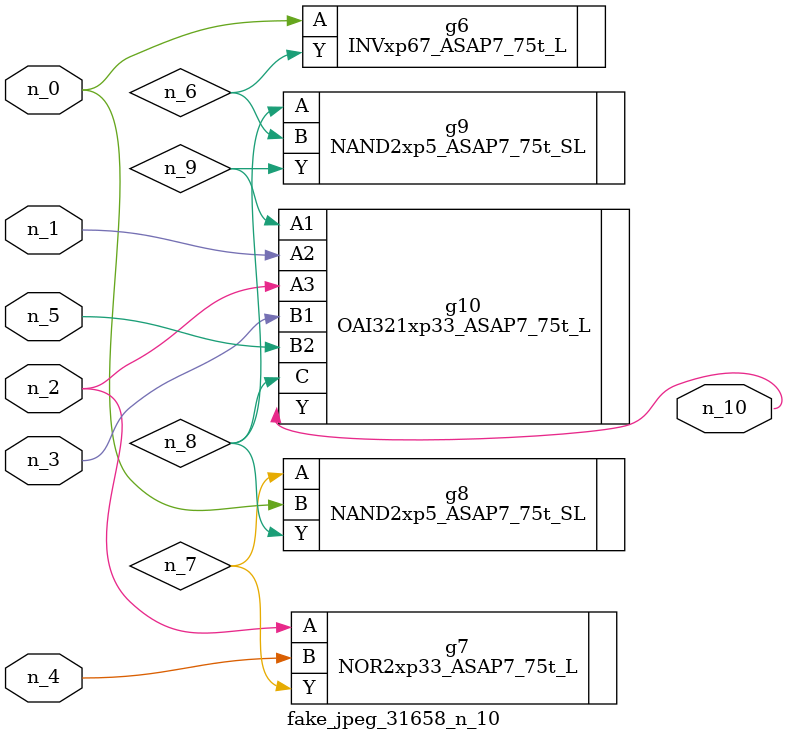
<source format=v>
module fake_jpeg_31658_n_10 (n_3, n_2, n_1, n_0, n_4, n_5, n_10);

input n_3;
input n_2;
input n_1;
input n_0;
input n_4;
input n_5;

output n_10;

wire n_8;
wire n_9;
wire n_6;
wire n_7;

INVxp67_ASAP7_75t_L g6 ( 
.A(n_0),
.Y(n_6)
);

NOR2xp33_ASAP7_75t_L g7 ( 
.A(n_2),
.B(n_4),
.Y(n_7)
);

NAND2xp5_ASAP7_75t_SL g8 ( 
.A(n_7),
.B(n_0),
.Y(n_8)
);

NAND2xp5_ASAP7_75t_SL g9 ( 
.A(n_8),
.B(n_6),
.Y(n_9)
);

OAI321xp33_ASAP7_75t_L g10 ( 
.A1(n_9),
.A2(n_1),
.A3(n_2),
.B1(n_3),
.B2(n_5),
.C(n_8),
.Y(n_10)
);


endmodule
</source>
